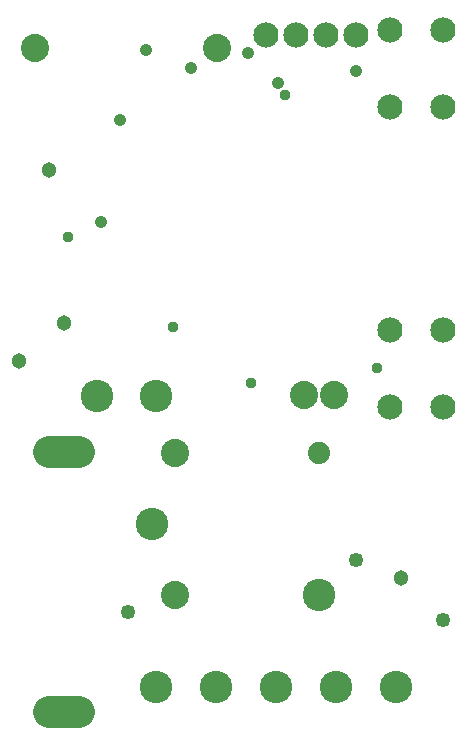
<source format=gbr>
G04 EAGLE Gerber X2 export*
G75*
%MOIN*%
%FSLAX25Y25*%
%LPD*%
%AMOC8*
5,1,8,0,0,1.08239X$1,22.5*%
G01*
%ADD10C,0.108000*%
%ADD11C,0.084000*%
%ADD12C,0.094000*%
%ADD13C,0.108000*%
%ADD14C,0.074000*%
%ADD15C,0.049339*%
%ADD16C,0.037780*%
%ADD17C,0.041465*%
%ADD18C,0.051307*%


D10*
X26250Y10450D02*
X16250Y10450D01*
X16250Y97050D02*
X26250Y97050D01*
D11*
X118750Y236250D03*
X108750Y236250D03*
X98750Y236250D03*
X88750Y236250D03*
D12*
X101250Y116250D03*
X111250Y116250D03*
X58386Y49390D03*
D13*
X50512Y73012D03*
D12*
X58386Y96634D03*
D13*
X106417Y49390D03*
D14*
X106417Y96634D03*
D11*
X129850Y212200D03*
X147650Y212200D03*
X129850Y237800D03*
X147650Y237800D03*
X129850Y112200D03*
X147650Y112200D03*
X129850Y137800D03*
X147650Y137800D03*
D13*
X51949Y115876D03*
X32264Y115876D03*
D12*
X11791Y231624D03*
X72421Y231624D03*
D13*
X51875Y18750D03*
X71875Y18750D03*
X91875Y18750D03*
X111875Y18750D03*
X131875Y18750D03*
D15*
X118750Y61250D03*
X42500Y43750D03*
X147500Y41250D03*
D16*
X83750Y120000D03*
D17*
X63750Y225000D03*
X48750Y231250D03*
D18*
X133750Y55000D03*
X16250Y191250D03*
X21250Y140000D03*
D16*
X125625Y125000D03*
X57500Y138750D03*
D17*
X40000Y207812D03*
X82500Y230000D03*
X33750Y173750D03*
X118750Y224252D03*
X92500Y220000D03*
D18*
X6250Y127500D03*
D16*
X95000Y216250D03*
X22500Y168750D03*
M02*

</source>
